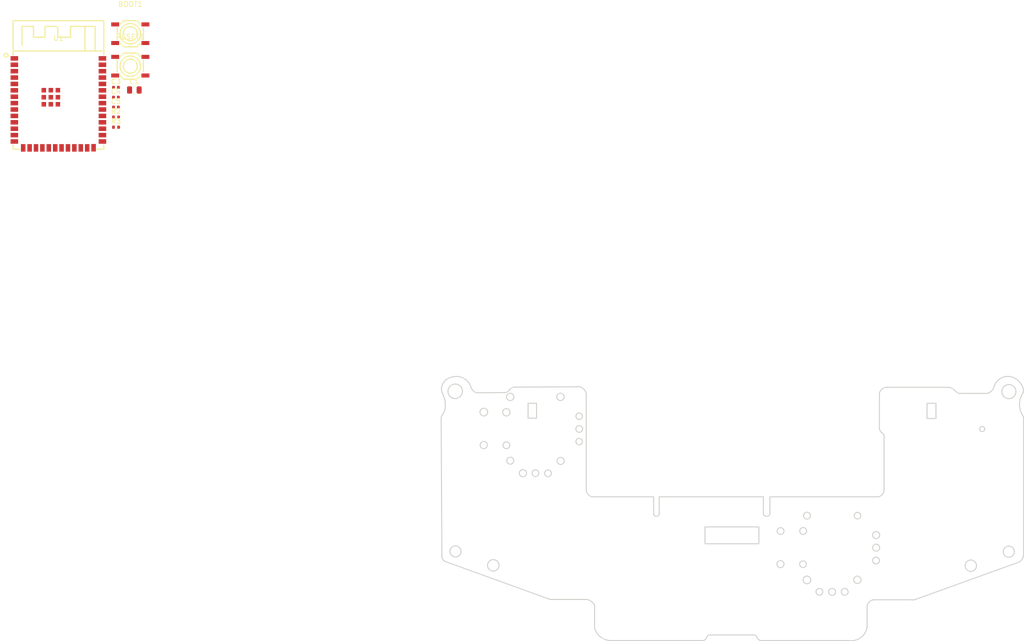
<source format=kicad_pcb>
(kicad_pcb (version 20240108) (generator "pcbnew") (generator_version "8.0")
  (layers (0 "F.Cu" signal) (31 "B.Cu" signal) (34 "B.Paste" user) (35 "F.Paste" user) (36 "B.SilkS" user "B.Silkscreen") (37 "F.SilkS" user "F.Silkscreen") (38 "B.Mask" user) (39 "F.Mask" user) (44 "Edge.Cuts" user))
  (net 0 "")
  (net 1 "Net-(BOOT1-A)")
  (net 3 "Net-(BOOT1-B)")
  (net 4 "GND")
  (net 5 "+3.3V")
  (net 6 "Net-(RESET1-B)")
  (net 7 "Net-(RESET1-A)")
  (net 19 "/USB-D+")
  (net 26 "/USB-D-")
  (footprint "Capacitor_SMD:C_0805_2012Metric" (layer "F.Cu") (at 26.025 13.905)
    (property "Reference" "C1" (at 0 -1.68 0) (layer "F.SilkS"))
    (property "Value" "10uF")
    (fp_line (start -0.261252 -0.735) (end 0.261252 -0.735) (stroke (width 0.12)) (layer "F.SilkS"))
    (fp_line (start -0.261252 0.735) (end 0.261252 0.735) (stroke (width 0.12)) (layer "F.SilkS"))
    (pad "1" smd roundrect (at -0.95 0) (size 1 1.45) (layers "F.Cu" "F.Paste" "F.Mask") (net 4 "GND"))
    (pad "2" smd roundrect (at 0.95 0) (size 1 1.45) (layers "F.Cu" "F.Paste" "F.Mask") (net 5 "+3.3V"))
  )
  (footprint "Resistor_SMD:R_0402_1005Metric" (layer "F.Cu") (at 22.385 21.295)
    (property "Reference" "R3" (at 0 -1.17 0) (layer "F.SilkS"))
    (property "Value" "10k")
    (fp_line (start -0.153641 -0.38) (end 0.153641 -0.38) (stroke (width 0.12)) (layer "F.SilkS"))
    (fp_line (start -0.153641 0.38) (end 0.153641 0.38) (stroke (width 0.12)) (layer "F.SilkS"))
    (pad "1" smd roundrect (at -0.51 0) (size 0.54 0.64) (layers "F.Cu" "F.Paste" "F.Mask") (net 3 "Net-(BOOT1-B)"))
    (pad "2" smd roundrect (at 0.51 0) (size 0.54 0.64) (layers "F.Cu" "F.Paste" "F.Mask") (net 5 "+3.3V"))
  )
  (footprint "LCSC:SW-SMD_4P-L5.2-W5.2-P3.70-LS6.4" (layer "F.Cu") (at 25.22 9.175)
    (property "Reference" "RESET1" (at 0 -5.85 0) (layer "F.SilkS"))
    (property "Value" "TS-1187A-B-A-B")
    (fp_line (start -2.6 -1.2) (end -2.6 1.22) (stroke (width 0.25)) (layer "F.SilkS"))
    (fp_line (start -1.98 1.92) (end -1.3 2.6) (stroke (width 0.25)) (layer "F.SilkS"))
    (fp_line (start -1.3 -2.6) (end -1.98 -1.92) (stroke (width 0.25)) (layer "F.SilkS"))
    (fp_line (start -1.3 2.6) (end 1.3 2.6) (stroke (width 0.25)) (layer "F.SilkS"))
    (fp_line (start 1.3 -2.6) (end -1.3 -2.6) (stroke (width 0.25)) (layer "F.SilkS"))
    (fp_line (start 1.3 2.6) (end 1.98 1.92) (stroke (width 0.25)) (layer "F.SilkS"))
    (fp_line (start 1.98 -1.92) (end 1.3 -2.6) (stroke (width 0.25)) (layer "F.SilkS"))
    (fp_line (start 2.6 -1.2) (end 2.6 1.22) (stroke (width 0.25)) (layer "F.SilkS"))
    (fp_circle (center 0 0) (end 1.4 0) (stroke (width 0.25)) (fill none) (layer "F.SilkS"))
    (fp_circle (center 0 0) (end 2.03 0) (stroke (width 0.25)) (fill none) (layer "F.SilkS"))
    (pad "1" smd rect (at -3 -1.85) (size 1.58 0.8) (layers "F.Cu" "F.Paste" "F.Mask") (net 7 "Net-(RESET1-A)"))
    (pad "2" smd rect (at 3 -1.85) (size 1.58 0.8) (layers "F.Cu" "F.Paste" "F.Mask") (net 6 "Net-(RESET1-B)"))
    (pad "3" smd rect (at -3 1.85) (size 1.58 0.8) (layers "F.Cu" "F.Paste" "F.Mask") (net 4 "GND"))
    (pad "4" smd rect (at 3 1.85) (size 1.58 0.8) (layers "F.Cu" "F.Paste" "F.Mask"))
  )
  (footprint "Resistor_SMD:R_0402_1005Metric" (layer "F.Cu") (at 22.385 19.305)
    (property "Reference" "R2" (at 0 -1.17 0) (layer "F.SilkS"))
    (property "Value" "10k")
    (fp_line (start -0.153641 -0.38) (end 0.153641 -0.38) (stroke (width 0.12)) (layer "F.SilkS"))
    (fp_line (start -0.153641 0.38) (end 0.153641 0.38) (stroke (width 0.12)) (layer "F.SilkS"))
    (pad "1" smd roundrect (at -0.51 0) (size 0.54 0.64) (layers "F.Cu" "F.Paste" "F.Mask") (net 5 "+3.3V"))
    (pad "2" smd roundrect (at 0.51 0) (size 0.54 0.64) (layers "F.Cu" "F.Paste" "F.Mask") (net 7 "Net-(RESET1-A)"))
  )
  (footprint "Capacitor_SMD:C_0402_1005Metric" (layer "F.Cu") (at 22.365 17.325)
    (property "Reference" "C5" (at 0 -1.16 0) (layer "F.SilkS"))
    (property "Value" "100nF")
    (fp_line (start -0.107836 -0.36) (end 0.107836 -0.36) (stroke (width 0.12)) (layer "F.SilkS"))
    (fp_line (start -0.107836 0.36) (end 0.107836 0.36) (stroke (width 0.12)) (layer "F.SilkS"))
    (pad "1" smd roundrect (at -0.48 0) (size 0.56 0.62) (layers "F.Cu" "F.Paste" "F.Mask") (net 1 "Net-(BOOT1-A)"))
    (pad "2" smd roundrect (at 0.48 0) (size 0.56 0.62) (layers "F.Cu" "F.Paste" "F.Mask") (net 4 "GND"))
  )
  (footprint "LCSC:WIRELM-SMD_ESP32-S3-WROOM-1" (layer "F.Cu") (at 10.935 16.515)
    (property "Reference" "U1" (at 0 -12.89 0) (layer "F.SilkS"))
    (property "Value" "ESP32-S3-WROOM-1(N16R8)")
    (fp_line (start -9 -16.39) (end -9 -9.57) (stroke (width 0.25)) (layer "F.SilkS"))
    (fp_line (start -9 -10.35) (end 9.02 -10.35) (stroke (width 0.25)) (layer "F.SilkS"))
    (fp_line (start -9 8.3) (end -9 9.15) (stroke (width 0.25)) (layer "F.SilkS"))
    (fp_line (start -9 9.15) (end -7.67 9.15) (stroke (width 0.25)) (layer "F.SilkS"))
    (fp_line (start -7.24 -15.23) (end -7.24 -11.55) (stroke (width 0.25)) (layer "F.SilkS"))
    (fp_line (start -4.95 -15.23) (end -7.24 -15.23) (stroke (width 0.25)) (layer "F.SilkS"))
    (fp_line (start -4.95 -13.08) (end -4.95 -15.23) (stroke (width 0.25)) (layer "F.SilkS"))
    (fp_line (start -2.67 -15.23) (end -2.67 -13.08) (stroke (width 0.25)) (layer "F.SilkS"))
    (fp_line (start -2.67 -13.08) (end -4.95 -13.08) (stroke (width 0.25)) (layer "F.SilkS"))
    (fp_line (start -0.13 -15.23) (end -2.67 -15.23) (stroke (width 0.25)) (layer "F.SilkS"))
    (fp_line (start -0.13 -13.08) (end -0.13 -15.23) (stroke (width 0.25)) (layer "F.SilkS"))
    (fp_line (start 2.41 -15.23) (end 2.41 -13.08) (stroke (width 0.25)) (layer "F.SilkS"))
    (fp_line (start 2.41 -13.08) (end -0.13 -13.08) (stroke (width 0.25)) (layer "F.SilkS"))
    (fp_line (start 5.27 -15.23) (end 2.41 -15.23) (stroke (width 0.25)) (layer "F.SilkS"))
    (fp_line (start 5.27 -10.35) (end 5.27 -15.23) (stroke (width 0.25)) (layer "F.SilkS"))
    (fp_line (start 7.3 -15.23) (end 5.06 -15.23) (stroke (width 0.25)) (layer "F.SilkS"))
    (fp_line (start 7.3 -10.35) (end 7.3 -15.23) (stroke (width 0.25)) (layer "F.SilkS"))
    (fp_line (start 7.67 9.15) (end 9.02 9.15) (stroke (width 0.25)) (layer "F.SilkS"))
    (fp_line (start 9 -16.39) (end -9 -16.39) (stroke (width 0.25)) (layer "F.SilkS"))
    (fp_line (start 9.02 -9.57) (end 9.02 -16.38) (stroke (width 0.25)) (layer "F.SilkS"))
    (fp_line (start 9.02 9.15) (end 9.02 8.3) (stroke (width 0.25)) (layer "F.SilkS"))
    (fp_circle (center -10.41 -9.52) (end -10.01 -9.52) (stroke (width 0.25)) (fill none) (layer "F.SilkS"))
    (pad "1" smd rect (at -8.75 -8.89) (size 1.5 0.9) (layers "F.Cu" "F.Paste" "F.Mask") (net 4 "GND"))
    (pad "2" smd rect (at -8.75 -7.62) (size 1.5 0.9) (layers "F.Cu" "F.Paste" "F.Mask") (net 5 "+3.3V"))
    (pad "3" smd rect (at -8.75 -6.35) (size 1.5 0.9) (layers "F.Cu" "F.Paste" "F.Mask") (net 6 "Net-(RESET1-B)"))
    (pad "4" smd rect (at -8.75 -5.08) (size 1.5 0.9) (layers "F.Cu" "F.Paste" "F.Mask"))
    (pad "5" smd rect (at -8.75 -3.81) (size 1.5 0.9) (layers "F.Cu" "F.Paste" "F.Mask"))
    (pad "6" smd rect (at -8.75 -2.54) (size 1.5 0.9) (layers "F.Cu" "F.Paste" "F.Mask"))
    (pad "7" smd rect (at -8.75 -1.27) (size 1.5 0.9) (layers "F.Cu" "F.Paste" "F.Mask"))
    (pad "8" smd rect (at -8.75 0) (size 1.5 0.9) (layers "F.Cu" "F.Paste" "F.Mask"))
    (pad "9" smd rect (at -8.75 1.27) (size 1.5 0.9) (layers "F.Cu" "F.Paste" "F.Mask"))
    (pad "10" smd rect (at -8.75 2.54) (size 1.5 0.9) (layers "F.Cu" "F.Paste" "F.Mask"))
    (pad "11" smd rect (at -8.75 3.81) (size 1.5 0.9) (layers "F.Cu" "F.Paste" "F.Mask"))
    (pad "12" smd rect (at -8.75 5.08) (size 1.5 0.9) (layers "F.Cu" "F.Paste" "F.Mask"))
    (pad "13" smd rect (at -8.75 6.35) (size 1.5 0.9) (layers "F.Cu" "F.Paste" "F.Mask") (net 26 "/USB-D-"))
    (pad "14" smd rect (at -8.75 7.62) (size 1.5 0.9) (layers "F.Cu" "F.Paste" "F.Mask") (net 19 "/USB-D+"))
    (pad "15" smd rect (at -6.99 8.89 90) (size 1.5 0.9) (layers "F.Cu" "F.Paste" "F.Mask"))
    (pad "16" smd rect (at -5.72 8.89 90) (size 1.5 0.9) (layers "F.Cu" "F.Paste" "F.Mask"))
    (pad "17" smd rect (at -4.45 8.89 90) (size 1.5 0.9) (layers "F.Cu" "F.Paste" "F.Mask"))
    (pad "18" smd rect (at -3.18 8.89 90) (size 1.5 0.9) (layers "F.Cu" "F.Paste" "F.Mask"))
    (pad "19" smd rect (at -1.91 8.89 90) (size 1.5 0.9) (layers "F.Cu" "F.Paste" "F.Mask"))
    (pad "20" smd rect (at -0.63 8.89 90) (size 1.5 0.9) (layers "F.Cu" "F.Paste" "F.Mask"))
    (pad "21" smd rect (at 0.63 8.89 90) (size 1.5 0.9) (layers "F.Cu" "F.Paste" "F.Mask"))
    (pad "22" smd rect (at 1.9 8.89 90) (size 1.5 0.9) (layers "F.Cu" "F.Paste" "F.Mask"))
    (pad "23" smd rect (at 3.17 8.89 90) (size 1.5 0.9) (layers "F.Cu" "F.Paste" "F.Mask"))
    (pad "24" smd rect (at 4.45 8.89 90) (size 1.5 0.9) (layers "F.Cu" "F.Paste" "F.Mask"))
    (pad "25" smd rect (at 5.72 8.89 90) (size 1.5 0.9) (layers "F.Cu" "F.Paste" "F.Mask"))
    (pad "26" smd rect (at 6.99 8.86 90) (size 1.5 0.9) (layers "F.Cu" "F.Paste" "F.Mask"))
    (pad "27" smd rect (at 8.75 7.62 180) (size 1.5 0.9) (layers "F.Cu" "F.Paste" "F.Mask") (net 1 "Net-(BOOT1-A)"))
    (pad "28" smd rect (at 8.75 6.35 180) (size 1.5 0.9) (layers "F.Cu" "F.Paste" "F.Mask"))
    (pad "29" smd rect (at 8.75 5.08 180) (size 1.5 0.9) (layers "F.Cu" "F.Paste" "F.Mask"))
    (pad "30" smd rect (at 8.75 3.81 180) (size 1.5 0.9) (layers "F.Cu" "F.Paste" "F.Mask"))
    (pad "31" smd rect (at 8.75 2.54 180) (size 1.5 0.9) (layers "F.Cu" "F.Paste" "F.Mask"))
    (pad "32" smd rect (at 8.75 1.27 180) (size 1.5 0.9) (layers "F.Cu" "F.Paste" "F.Mask"))
    (pad "33" smd rect (at 8.75 0 180) (size 1.5 0.9) (layers "F.Cu" "F.Paste" "F.Mask"))
    (pad "34" smd rect (at 8.75 -1.27 180) (size 1.5 0.9) (layers "F.Cu" "F.Paste" "F.Mask"))
    (pad "35" smd rect (at 8.75 -2.54 180) (size 1.5 0.9) (layers "F.Cu" "F.Paste" "F.Mask"))
    (pad "36" smd rect (at 8.75 -3.81 180) (size 1.5 0.9) (layers "F.Cu" "F.Paste" "F.Mask"))
    (pad "37" smd rect (at 8.75 -5.08 180) (size 1.5 0.9) (layers "F.Cu" "F.Paste" "F.Mask"))
    (pad "38" smd rect (at 8.75 -6.35 180) (size 1.5 0.9) (layers "F.Cu" "F.Paste" "F.Mask"))
    (pad "39" smd rect (at 8.75 -7.62 180) (size 1.5 0.9) (layers "F.Cu" "F.Paste" "F.Mask"))
    (pad "40" smd rect (at 8.75 -8.89 180) (size 1.5 0.9) (layers "F.Cu" "F.Paste" "F.Mask") (net 4 "GND"))
    (pad "41" smd rect (at -2.9 -2.57 90) (size 0.9 0.9) (layers "F.Cu" "F.Paste" "F.Mask") (net 4 "GND"))
    (pad "41" smd rect (at -2.9 -1.17 90) (size 0.9 0.9) (layers "F.Cu" "F.Paste" "F.Mask") (net 4 "GND"))
    (pad "41" smd rect (at -2.9 0.23 90) (size 0.9 0.9) (layers "F.Cu" "F.Paste" "F.Mask") (net 4 "GND"))
    (pad "41" smd rect (at -1.5 -2.57 90) (size 0.9 0.9) (layers "F.Cu" "F.Paste" "F.Mask") (net 4 "GND"))
    (pad "41" smd rect (at -1.5 -1.17 90) (size 0.9 0.9) (layers "F.Cu" "F.Paste" "F.Mask") (net 4 "GND"))
    (pad "41" smd rect (at -1.5 0.23 90) (size 0.9 0.9) (layers "F.Cu" "F.Paste" "F.Mask") (net 4 "GND"))
    (pad "41" smd rect (at -0.1 -2.57 90) (size 0.9 0.9) (layers "F.Cu" "F.Paste" "F.Mask") (net 4 "GND"))
    (pad "41" smd rect (at -0.1 -1.17 90) (size 0.9 0.9) (layers "F.Cu" "F.Paste" "F.Mask") (net 4 "GND"))
    (pad "41" smd rect (at -0.1 0.23 90) (size 0.9 0.9) (layers "F.Cu" "F.Paste" "F.Mask") (net 4 "GND"))
  )
  (footprint "Capacitor_SMD:C_0402_1005Metric" (layer "F.Cu") (at 22.365 15.355)
    (property "Reference" "C4" (at 0 -1.16 0) (layer "F.SilkS"))
    (property "Value" "100nF")
    (fp_line (start -0.107836 -0.36) (end 0.107836 -0.36) (stroke (width 0.12)) (layer "F.SilkS"))
    (fp_line (start -0.107836 0.36) (end 0.107836 0.36) (stroke (width 0.12)) (layer "F.SilkS"))
    (pad "1" smd roundrect (at -0.48 0) (size 0.56 0.62) (layers "F.Cu" "F.Paste" "F.Mask") (net 4 "GND"))
    (pad "2" smd roundrect (at 0.48 0) (size 0.56 0.62) (layers "F.Cu" "F.Paste" "F.Mask") (net 6 "Net-(RESET1-B)"))
  )
  (footprint "LCSC:SW-SMD_4P-L5.2-W5.2-P3.70-LS6.4" (layer "F.Cu") (at 25.22 2.725)
    (property "Reference" "BOOT1" (at 0 -5.85 0) (layer "F.SilkS"))
    (property "Value" "TS-1187A-B-A-B")
    (fp_line (start -2.6 -1.2) (end -2.6 1.22) (stroke (width 0.25)) (layer "F.SilkS"))
    (fp_line (start -1.98 1.92) (end -1.3 2.6) (stroke (width 0.25)) (layer "F.SilkS"))
    (fp_line (start -1.3 -2.6) (end -1.98 -1.92) (stroke (width 0.25)) (layer "F.SilkS"))
    (fp_line (start -1.3 2.6) (end 1.3 2.6) (stroke (width 0.25)) (layer "F.SilkS"))
    (fp_line (start 1.3 -2.6) (end -1.3 -2.6) (stroke (width 0.25)) (layer "F.SilkS"))
    (fp_line (start 1.3 2.6) (end 1.98 1.92) (stroke (width 0.25)) (layer "F.SilkS"))
    (fp_line (start 1.98 -1.92) (end 1.3 -2.6) (stroke (width 0.25)) (layer "F.SilkS"))
    (fp_line (start 2.6 -1.2) (end 2.6 1.22) (stroke (width 0.25)) (layer "F.SilkS"))
    (fp_circle (center 0 0) (end 1.4 0) (stroke (width 0.25)) (fill none) (layer "F.SilkS"))
    (fp_circle (center 0 0) (end 2.03 0) (stroke (width 0.25)) (fill none) (layer "F.SilkS"))
    (pad "1" smd rect (at -3 -1.85) (size 1.58 0.8) (layers "F.Cu" "F.Paste" "F.Mask") (net 1 "Net-(BOOT1-A)"))
    (pad "2" smd rect (at 3 -1.85) (size 1.58 0.8) (layers "F.Cu" "F.Paste" "F.Mask") (net 3 "Net-(BOOT1-B)"))
    (pad "3" smd rect (at -3 1.85) (size 1.58 0.8) (layers "F.Cu" "F.Paste" "F.Mask"))
    (pad "4" smd rect (at 3 1.85) (size 1.58 0.8) (layers "F.Cu" "F.Paste" "F.Mask") (net 4 "GND"))
  )
  (footprint "Capacitor_SMD:C_0402_1005Metric" (layer "F.Cu") (at 22.365 13.385)
    (property "Reference" "C3" (at 0 -1.16 0) (layer "F.SilkS"))
    (property "Value" "100nF")
    (fp_line (start -0.107836 -0.36) (end 0.107836 -0.36) (stroke (width 0.12)) (layer "F.SilkS"))
    (fp_line (start -0.107836 0.36) (end 0.107836 0.36) (stroke (width 0.12)) (layer "F.SilkS"))
    (pad "1" smd roundrect (at -0.48 0) (size 0.56 0.62) (layers "F.Cu" "F.Paste" "F.Mask") (net 4 "GND"))
    (pad "2" smd roundrect (at 0.48 0) (size 0.56 0.62) (layers "F.Cu" "F.Paste" "F.Mask") (net 5 "+3.3V"))
  )
  (gr_arc (start 196.859813 72.700679) (mid 196.383888 73.614425) (end 195.521223 74.17767) (stroke (width 0.2)) (layer "Edge.Cuts"))
  (gr_circle (center 173.374379 107.378509) (end 172.693778 107.378509) (stroke (width 0.2)) (fill none) (layer "Edge.Cuts"))
  (gr_arc (start 130.291129 97.999295) (mid 129.82315 98.61203) (end 129.192517 98.168465) (stroke (width 0.2)) (layer "Edge.Cuts"))
  (gr_arc (start 152.315156 97.93394) (mid 151.736959 98.606553) (end 150.985179 98.135865) (stroke (width 0.2)) (layer "Edge.Cuts"))
  (gr_circle (center 164.647565 113.602414) (end 163.952214 113.602414) (stroke (width 0.2)) (fill none) (layer "Edge.Cuts"))
  (gr_line (start 174.964502 93.255494) (end 174.964502 82.734167) (stroke (width 0.2)) (layer "Edge.Cuts"))
  (gr_line (start 174.034907 81.001738) (end 174.034907 74.177671) (stroke (width 0.2)) (layer "Edge.Cuts"))
  (gr_arc (start 114.045309 72.812767) (mid 115.368637 73.399505) (end 115.808463 74.778638) (stroke (width 0.2)) (layer "Edge.Cuts"))
  (gr_line (start 104.243571 79.096251) (end 104.243571 76.150165) (stroke (width 0.2)) (layer "Edge.Cuts"))
  (gr_line (start 202.679074 78.852422) (end 202.679074 106.391608) (stroke (width 0.2)) (layer "Edge.Cuts"))
  (gr_arc (start 200.778089 71.076581) (mid 201.969938 72.012138) (end 202.64069 73.370764) (stroke (width 0.2)) (layer "Edge.Cuts"))
  (gr_arc (start 150.381746 123.281019) (mid 150.004917 123.059077) (end 149.727115 122.721313) (stroke (width 0.2)) (layer "Edge.Cuts"))
  (gr_arc (start 86.976554 79.153678) (mid 87.039647 78.762431) (end 87.226051 78.412702) (stroke (width 0.2)) (layer "Edge.Cuts"))
  (gr_arc (start 100.433905 73.598809) (mid 100.878171 73.184308) (end 101.429884 72.92977) (stroke (width 0.2)) (layer "Edge.Cuts"))
  (gr_circle (center 169.661798 111.213126) (end 168.928618 111.213126) (stroke (width 0.2)) (fill none) (layer "Edge.Cuts"))
  (gr_line (start 180.554796 115.177003) (end 173.034527 115.177003) (stroke (width 0.2)) (layer "Edge.Cuts"))
  (gr_circle (center 162.114265 113.595868) (end 161.438608 113.595868) (stroke (width 0.2)) (fill none) (layer "Edge.Cuts"))
  (gr_line (start 152.284499 94.72383) (end 173.865885 94.72383) (stroke (width 0.2)) (layer "Edge.Cuts"))
  (gr_circle (center 95.446206 77.899487) (end 94.677195 77.899487) (stroke (width 0.2)) (fill none) (layer "Edge.Cuts"))
  (gr_circle (center 110.673079 74.864761) (end 109.932795 74.864761) (stroke (width 0.2)) (fill none) (layer "Edge.Cuts"))
  (gr_circle (center 154.382574 108.098765) (end 153.678259 108.098765) (stroke (width 0.2)) (fill none) (layer "Edge.Cuts"))
  (gr_line (start 152.315156 97.93394) (end 152.284499 97.93394) (stroke (width 0.2)) (layer "Edge.Cuts"))
  (gr_line (start 105.923931 76.150165) (end 105.923931 79.096251) (stroke (width 0.2)) (layer "Edge.Cuts"))
  (gr_line (start 189.911968 74.17767) (end 195.521223 74.17767) (stroke (width 0.2)) (layer "Edge.Cuts"))
  (gr_arc (start 187.852062 72.973422) (mid 188.477795 73.190313) (end 189.010886 73.583246) (stroke (width 0.2)) (layer "Edge.Cuts"))
  (gr_line (start 183.50109 79.177065) (end 183.50109 76.150165) (stroke (width 0.2)) (layer "Edge.Cuts"))
  (gr_circle (center 192.194856 108.408198) (end 191.065394 108.408198) (stroke (width 0.2)) (fill none) (layer "Edge.Cuts"))
  (gr_line (start 87.114345 106.516434) (end 86.976554 79.153678) (stroke (width 0.2)) (layer "Edge.Cuts"))
  (gr_arc (start 149.1248 122.163953) (mid 149.535121 122.32467) (end 149.727115 122.721313) (stroke (width 0.2)) (layer "Edge.Cuts"))
  (gr_line (start 139.392226 104.048354) (end 139.392226 100.703604) (stroke (width 0.2)) (layer "Edge.Cuts"))
  (gr_line (start 129.192517 94.72383) (end 129.192517 98.168465) (stroke (width 0.2)) (layer "Edge.Cuts"))
  (gr_line (start 93.961169 74.047769) (end 99.585545 74.019447) (stroke (width 0.2)) (layer "Edge.Cuts"))
  (gr_line (start 171.595516 116.381988) (end 171.595516 120.54278) (stroke (width 0.2)) (layer "Edge.Cuts"))
  (gr_arc (start 174.475845 81.971819) (mid 174.831851 82.281409) (end 174.964502 82.734167) (stroke (width 0.2)) (layer "Edge.Cuts"))
  (gr_line (start 130.291129 94.72383) (end 150.985179 94.72383) (stroke (width 0.2)) (layer "Edge.Cuts"))
  (gr_line (start 183.50109 76.150165) (end 185.275273 76.150165) (stroke (width 0.2)) (layer "Edge.Cuts"))
  (gr_arc (start 171.595516 116.381988) (mid 172.096078 115.51803) (end 173.034527 115.177003) (stroke (width 0.2)) (layer "Edge.Cuts"))
  (gr_line (start 185.275273 76.150165) (end 185.275273 79.177065) (stroke (width 0.2)) (layer "Edge.Cuts"))
  (gr_line (start 115.986915 115.114083) (end 108.7487 115.114083) (stroke (width 0.2)) (layer "Edge.Cuts"))
  (gr_arc (start 171.595516 120.54278) (mid 170.40148 122.635289) (end 168.080414 123.281019) (stroke (width 0.2)) (layer "Edge.Cuts"))
  (gr_line (start 114.045309 72.812767) (end 114.045578 72.866241) (stroke (width 0.2)) (layer "Edge.Cuts"))
  (gr_circle (center 110.712792 87.598084) (end 110.007519 87.598084) (stroke (width 0.2)) (fill none) (layer "Edge.Cuts"))
  (gr_line (start 138.743811 123.281019) (end 120.73457 123.281019) (stroke (width 0.2)) (layer "Edge.Cuts"))
  (gr_arc (start 120.73457 123.281019) (mid 118.676672 122.589047) (end 117.454955 120.794284) (stroke (width 0.2)) (layer "Edge.Cuts"))
  (gr_circle (center 159.648012 111.230974) (end 158.8811 111.230974) (stroke (width 0.2)) (fill none) (layer "Edge.Cuts"))
  (gr_circle (center 97.332171 108.336901) (end 96.191727 108.336901) (stroke (width 0.2)) (fill none) (layer "Edge.Cuts"))
  (gr_line (start 104.243571 76.150165) (end 105.923931 76.150165) (stroke (width 0.2)) (layer "Edge.Cuts"))
  (gr_arc (start 174.475845 81.971819) (mid 174.150313 81.534533) (end 174.034907 81.001738) (stroke (width 0.2)) (layer "Edge.Cuts"))
  (gr_line (start 202.64069 73.370764) (end 202.637902 73.960648) (stroke (width 0.2)) (layer "Edge.Cuts"))
  (gr_circle (center 114.394453 78.721101) (end 113.74545 78.721101) (stroke (width 0.2)) (fill none) (layer "Edge.Cuts"))
  (gr_arc (start 100.433905 73.598809) (mid 100.058448 73.9074) (end 99.585545 74.019447) (stroke (width 0.2)) (layer "Edge.Cuts"))
  (gr_line (start 150.098068 104.048354) (end 139.392226 104.048354) (stroke (width 0.2)) (layer "Edge.Cuts"))
  (gr_arc (start 139.694481 122.721313) (mid 139.318357 123.169694) (end 138.743811 123.281019) (stroke (width 0.2)) (layer "Edge.Cuts"))
  (gr_circle (center 103.21868 90.031507) (end 102.505915 90.031507) (stroke (width 0.2)) (fill none) (layer "Edge.Cuts"))
  (gr_line (start 175.742532 72.973422) (end 187.852062 72.973422) (stroke (width 0.2)) (layer "Edge.Cuts"))
  (gr_circle (center 158.887726 101.512788) (end 158.200723 101.512788) (stroke (width 0.2)) (fill none) (layer "Edge.Cuts"))
  (gr_circle (center 169.677452 98.466772) (end 169.020843 98.466772) (stroke (width 0.2)) (fill none) (layer "Edge.Cuts"))
  (gr_line (start 152.284499 97.93394) (end 152.284499 94.72383) (stroke (width 0.2)) (layer "Edge.Cuts"))
  (gr_circle (center 89.822028 105.563507) (end 88.720231 105.563507) (stroke (width 0.2)) (fill none) (layer "Edge.Cuts"))
  (gr_circle (center 173.392846 102.318546) (end 172.689957 102.318546) (stroke (width 0.2)) (fill none) (layer "Edge.Cuts"))
  (gr_arc (start 88.820716 71.035083) (mid 91.229051 71.068946) (end 92.861487 72.839946) (stroke (width 0.2)) (layer "Edge.Cuts"))
  (gr_circle (center 167.14159 113.602414) (end 166.454408 113.602414) (stroke (width 0.2)) (fill none) (layer "Edge.Cuts"))
  (gr_circle (center 105.709465 90.024812) (end 105.042415 90.024812) (stroke (width 0.2)) (fill none) (layer "Edge.Cuts"))
  (gr_circle (center 154.395785 101.532605) (end 153.712285 101.532605) (stroke (width 0.2)) (fill none) (layer "Edge.Cuts"))
  (gr_circle (center 108.193555 90.05829) (end 107.52034 90.05829) (stroke (width 0.2)) (fill none) (layer "Edge.Cuts"))
  (gr_line (start 149.1248 122.163953) (end 140.33689 122.163953) (stroke (width 0.2)) (layer "Edge.Cuts"))
  (gr_circle (center 199.743972 105.624431) (end 198.639913 105.624431) (stroke (width 0.2)) (fill none) (layer "Edge.Cuts"))
  (gr_circle (center 159.652296 98.466772) (end 158.968031 98.466772) (stroke (width 0.2)) (fill none) (layer "Edge.Cuts"))
  (gr_arc (start 87.841071 107.599312) (mid 87.300403 107.17685) (end 87.114345 106.516434) (stroke (width 0.2)) (layer "Edge.Cuts"))
  (gr_arc (start 93.961169 74.047769) (mid 93.261659 73.58013) (end 92.861487 72.839946) (stroke (width 0.2)) (layer "Edge.Cuts"))
  (gr_arc (start 196.859813 72.700679) (mid 198.458699 71.019492) (end 200.778089 71.076581) (stroke (width 0.2)) (layer "Edge.Cuts"))
  (gr_circle (center 100.707808 87.554113) (end 100.012974 87.554113) (stroke (width 0.2)) (fill none) (layer "Edge.Cuts"))
  (gr_circle (center 158.863589 108.112948) (end 158.191011 108.112948) (stroke (width 0.2)) (fill none) (layer "Edge.Cuts"))
  (gr_line (start 150.985179 94.72383) (end 150.985179 98.135865) (stroke (width 0.2)) (layer "Edge.Cuts"))
  (gr_line (start 168.080414 123.281019) (end 150.381746 123.281019) (stroke (width 0.2)) (layer "Edge.Cuts"))
  (gr_line (start 201.856607 107.665103) (end 181.002271 115.177003) (stroke (width 0.2)) (layer "Edge.Cuts"))
  (gr_circle (center 99.929915 84.484041) (end 99.252101 84.484041) (stroke (width 0.2)) (fill none) (layer "Edge.Cuts"))
  (gr_arc (start 87.088583 73.852974) (mid 87.401537 72.104036) (end 88.820716 71.035083) (stroke (width 0.2)) (layer "Edge.Cuts"))
  (gr_circle (center 89.76347 73.760151) (end 88.323499 73.760151) (stroke (width 0.2)) (fill none) (layer "Edge.Cuts"))
  (gr_line (start 139.392226 100.703604) (end 150.098068 100.703604) (stroke (width 0.2)) (layer "Edge.Cuts"))
  (gr_arc (start 108.7487 115.114083) (mid 108.485915 115.078909) (end 108.241663 114.975797) (stroke (width 0.2)) (layer "Edge.Cuts"))
  (gr_line (start 117.454955 120.794284) (end 117.454955 116.240902) (stroke (width 0.2)) (layer "Edge.Cuts"))
  (gr_line (start 101.429884 72.92977) (end 114.045578 72.866241) (stroke (width 0.2)) (layer "Edge.Cuts"))
  (gr_line (start 185.275273 79.177065) (end 183.50109 79.177065) (stroke (width 0.2)) (layer "Edge.Cuts"))
  (gr_arc (start 189.911968 74.17767) (mid 189.411095 73.956756) (end 189.010886 73.583246) (stroke (width 0.2)) (layer "Edge.Cuts"))
  (gr_line (start 108.241663 114.975797) (end 87.841071 107.599312) (stroke (width 0.2)) (layer "Edge.Cuts"))
  (gr_arc (start 202.679074 106.391608) (mid 202.39568 107.110918) (end 201.856607 107.665103) (stroke (width 0.2)) (layer "Edge.Cuts"))
  (gr_circle (center 199.763698 73.823773) (end 198.365147 73.823773) (stroke (width 0.2)) (fill none) (layer "Edge.Cuts"))
  (gr_circle (center 95.438826 84.43913) (end 94.720055 84.43913) (stroke (width 0.2)) (fill none) (layer "Edge.Cuts"))
  (gr_circle (center 114.388733 83.753218) (end 113.749822 83.753218) (stroke (width 0.2)) (fill none) (layer "Edge.Cuts"))
  (gr_line (start 115.808463 74.778638) (end 115.808463 93.2872) (stroke (width 0.2)) (layer "Edge.Cuts"))
  (gr_arc (start 174.964502 93.255494) (mid 174.659447 94.172414) (end 173.865885 94.72383) (stroke (width 0.2)) (layer "Edge.Cuts"))
  (gr_arc (start 87.7851 76.460612) (mid 87.691119 77.489795) (end 87.226051 78.412702) (stroke (width 0.2)) (layer "Edge.Cuts"))
  (gr_circle (center 173.392846 104.830061) (end 172.691498 104.830061) (stroke (width 0.2)) (fill none) (layer "Edge.Cuts"))
  (gr_arc (start 202.679074 78.852422) (mid 201.871039 76.413163) (end 202.637902 73.960648) (stroke (width 0.2)) (layer "Edge.Cuts"))
  (gr_line (start 130.291129 97.999295) (end 130.291129 94.72383) (stroke (width 0.2)) (layer "Edge.Cuts"))
  (gr_arc (start 181.454264 115.014192) (mid 181.018744 115.174126) (end 180.554796 115.177003) (stroke (width 0.2)) (layer "Edge.Cuts"))
  (gr_arc (start 139.694481 122.721313) (mid 139.911643 122.322714) (end 140.33689 122.163953) (stroke (width 0.2)) (layer "Edge.Cuts"))
  (gr_arc (start 116.907072 94.72383) (mid 116.114595 94.191473) (end 115.808463 93.2872) (stroke (width 0.2)) (layer "Edge.Cuts"))
  (gr_arc (start 174.034907 74.177671) (mid 174.652596 73.240724) (end 175.742532 72.973422) (stroke (width 0.2)) (layer "Edge.Cuts"))
  (gr_arc (start 115.986915 115.114083) (mid 116.828374 115.537519) (end 117.454955 116.240902) (stroke (width 0.2)) (layer "Edge.Cuts"))
  (gr_circle (center 194.465229 81.260436) (end 193.965229 81.260436) (stroke (width 0.2)) (fill none) (layer "Edge.Cuts"))
  (gr_arc (start 87.436814 74.655096) (mid 87.712781 75.538212) (end 87.7851 76.460612) (stroke (width 0.2)) (layer "Edge.Cuts"))
  (gr_circle (center 114.404199 81.247672) (end 113.735526 81.247672) (stroke (width 0.2)) (fill none) (layer "Edge.Cuts"))
  (gr_line (start 105.923931 79.096251) (end 104.243571 79.096251) (stroke (width 0.2)) (layer "Edge.Cuts"))
  (gr_line (start 150.098068 100.703604) (end 150.098068 104.048354) (stroke (width 0.2)) (layer "Edge.Cuts"))
  (gr_line (start 87.436814 74.655096) (end 87.088583 73.852974) (stroke (width 0.2)) (layer "Edge.Cuts"))
  (gr_line (start 116.907072 94.72383) (end 129.192517 94.72383) (stroke (width 0.2)) (layer "Edge.Cuts"))
  (gr_circle (center 99.92697 77.933536) (end 99.194653 77.933536) (stroke (width 0.2)) (fill none) (layer "Edge.Cuts"))
  (gr_circle (center 100.689961 74.881643) (end 99.955016 74.881643) (stroke (width 0.2)) (fill none) (layer "Edge.Cuts"))
)
</source>
